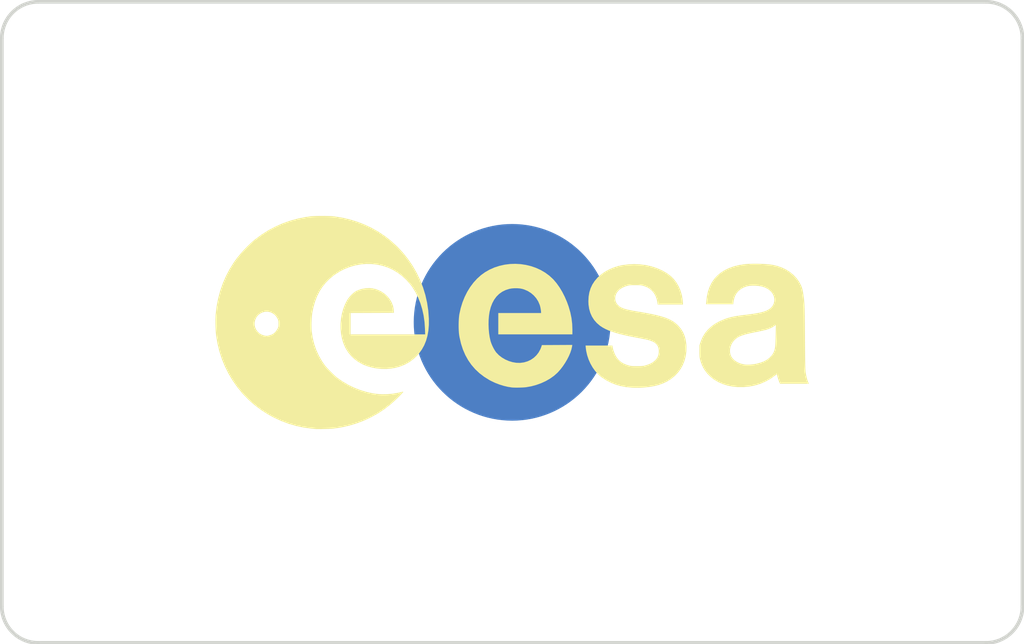
<source format=kicad_pcb>
(kicad_pcb (version 20211014) (generator pcbnew)
  (layers (0 "F.Cu" signal) (31 "B.Cu" signal) (34 "B.Paste" user) (35 "F.Paste" user) (36 "B.SilkS" user "B.Silkscreen") (37 "F.SilkS" user "F.Silkscreen") (38 "B.Mask" user) (39 "F.Mask" user) (44 "Edge.Cuts" user))
  (net 0 "")
  (footprint "LOGO" (layer "F.Cu") (at 100 100)
    (fp_text reference "G***" hide)
    (fp_text value "LOGO" hide)
    (fp_poly (pts (xy 6.721262 -1.609509) (xy 6.821449 -1.607181) (xy 6.918881 -1.602653) (xy 7.009984 -1.595999) (xy 7.091184 -1.587297) (xy 7.148048 -1.578652) (xy 7.278719 -1.547909) (xy 7.401834 -1.504466) (xy 7.516366 -1.449058) (xy 7.621292 -1.382423) (xy 7.715583 -1.305296) (xy 7.798215 -1.218413) (xy 7.868161 -1.12251) (xy 7.922101 -1.023338) (xy 7.9416 -0.977281) (xy 7.957206 -0.930787) (xy 7.970121 -0.879364) (xy 7.981544 -0.818522) (xy 7.987987 -0.776961) (xy 7.994139 -0.734454) (xy 7.999632 -0.694909) (xy 8.004511 -0.657152) (xy 8.008821 -0.620007) (xy 8.012607 -0.582301) (xy 8.015913 -0.542858) (xy 8.018785 -0.500503) (xy 8.021267 -0.454063) (xy 8.023405 -0.402361) (xy 8.025243 -0.344224) (xy 8.026825 -0.278477) (xy 8.028198 -0.203944) (xy 8.029406 -0.119452) (xy 8.030493 -0.023825) (xy 8.031505 0.084111) (xy 8.032486 0.205531) (xy 8.033482 0.34161) (xy 8.034098 0.429808) (xy 8.035111 0.572063) (xy 8.036085 0.69878) (xy 8.037038 0.81095) (xy 8.037992 0.909565) (xy 8.038966 0.995618) (xy 8.039981 1.070101) (xy 8.041057 1.134005) (xy 8.042215 1.188324) (xy 8.043473 1.23405) (xy 8.044853 1.272173) (xy 8.046374 1.303688) (xy 8.048058 1.329585) (xy 8.049923 1.350857) (xy 8.05199 1.368496) (xy 8.053383 1.378043) (xy 8.068183 1.459896) (xy 8.085411 1.534312) (xy 8.104247 1.59809) (xy 8.120711 1.641093) (xy 8.140646 1.68617) (xy 7.349884 1.68617) (xy 7.333416 1.651041) (xy 7.320716 1.620345) (xy 7.306119 1.579636) (xy 7.29157 1.534949) (xy 7.279016 1.492316) (xy 7.270404 1.45777) (xy 7.26935 1.452488) (xy 7.263575 1.421708) (xy 7.212832 1.461674) (xy 7.085319 1.551783) (xy 6.950483 1.627193) (xy 6.808895 1.687732) (xy 6.661124 1.73323) (xy 6.507739 1.763513) (xy 6.349309 1.77841) (xy 6.186403 1.777748) (xy 6.170224 1.776839) (xy 6.030313 1.761483) (xy 5.896725 1.733116) (xy 5.770519 1.69229) (xy 5.652752 1.639554) (xy 5.544479 1.57546) (xy 5.446759 1.50056) (xy 5.360649 1.415403) (xy 5.287205 1.32054) (xy 5.283219 1.314544) (xy 5.241885 1.246169) (xy 5.208147 1.176827) (xy 5.179508 1.100878) (xy 5.159694 1.035546) (xy 5.151793 1.00616) (xy 5.14598 0.980636) (xy 5.141938 0.955555) (xy 5.139348 0.9275) (xy 5.137889 0.893053) (xy 5.137244 0.848796) (xy 5.137092 0.793492) (xy 5.137081 0.751708) (xy 5.977384 0.751708) (xy 5.978015 0.823014) (xy 5.992436 0.890889) (xy 6.007795 0.928584) (xy 6.04601 0.987928) (xy 6.098056 1.040272) (xy 6.162377 1.084669) (xy 6.237422 1.120171) (xy 6.321637 1.145831) (xy 6.38259 1.157071) (xy 6.437855 1.161234) (xy 6.50404 1.160495) (xy 6.576376 1.155156) (xy 6.650093 1.145522) (xy 6.696829 1.137031) (xy 6.807438 1.108551) (xy 6.905719 1.070999) (xy 6.991159 1.024676) (xy 7.063247 0.969881) (xy 7.12147 0.906915) (xy 7.143211 0.875677) (xy 7.161821 0.844555) (xy 7.177405 0.813982) (xy 7.190264 0.782109) (xy 7.200697 0.747086) (xy 7.209006 0.707062) (xy 7.215491 0.660188) (xy 7.220453 0.604614) (xy 7.224192 0.538488) (xy 7.227008 0.459963) (xy 7.229202 0.367186) (xy 7.229653 0.343476) (xy 7.234658 0.071169) (xy 7.20093 0.097883) (xy 7.163614 0.122758) (xy 7.11442 0.148681) (xy 7.057724 0.173687) (xy 6.997902 0.195812) (xy 6.951318 0.209959) (xy 6.9209 0.217571) (xy 6.877577 0.227549) (xy 6.824682 0.239169) (xy 6.765548 0.251708) (xy 6.703511 0.264443) (xy 6.662024 0.272717) (xy 6.554805 0.294768) (xy 6.462417 0.315978) (xy 6.383224 0.336967) (xy 6.315589 0.358353) (xy 6.257876 0.380753) (xy 6.20845 0.404788) (xy 6.165674 0.431076) (xy 6.127912 0.460234) (xy 6.101691 0.484564) (xy 6.052698 0.543398) (xy 6.01528 0.60928) (xy 5.989991 0.67959) (xy 5.977384 0.751708) (xy 5.137081 0.751708) (xy 5.13705 0.632314) (xy 5.168468 0.541393) (xy 5.184954 0.496938) (xy 5.203981 0.450633) (xy 5.222718 0.409174) (xy 5.233139 0.38848) (xy 5.297039 0.286767) (xy 5.37485 0.193724) (xy 5.466267 0.109588) (xy 5.570982 0.034595) (xy 5.68869 -0.031019) (xy 5.819083 -0.087015) (xy 5.874293 -0.106525) (xy 5.944532 -0.128121) (xy 6.018553 -0.147087) (xy 6.099098 -0.163959) (xy 6.18891 -0.179277) (xy 6.290733 -0.193576) (xy 6.364465 -0.202557) (xy 6.488985 -0.217681) (xy 6.598299 -0.232583) (xy 6.693721 -0.247621) (xy 6.776564 -0.263152) (xy 6.848142 -0.279535) (xy 6.90977 -0.297127) (xy 6.962761 -0.316287) (xy 7.008431 -0.337372) (xy 7.048092 -0.36074) (xy 7.08306 -0.386748) (xy 7.101968 -0.403428) (xy 7.145585 -0.454791) (xy 7.175281 -0.512757) (xy 7.191143 -0.575156) (xy 7.193261 -0.639817) (xy 7.181724 -0.704572) (xy 7.15662 -0.767249) (xy 7.118039 -0.825678) (xy 7.083138 -0.862819) (xy 7.018042 -0.913374) (xy 6.943696 -0.952668) (xy 6.859064 -0.981061) (xy 6.763109 -0.998911) (xy 6.66941 -1.006151) (xy 6.591438 -1.00704) (xy 6.525291 -1.003237) (xy 6.466742 -0.993984) (xy 6.411559 -0.978525) (xy 6.355514 -0.956103) (xy 6.334398 -0.946223) (xy 6.259271 -0.901863) (xy 6.196769 -0.847299) (xy 6.146675 -0.7822) (xy 6.108771 -0.706231) (xy 6.08284 -0.619062) (xy 6.070825 -0.543459) (xy 6.065716 -0.495932) (xy 5.320567 -0.495932) (xy 5.326071 -0.574244) (xy 5.342982 -0.717351) (xy 5.372822 -0.85018) (xy 5.415508 -0.972649) (xy 5.470957 -1.084678) (xy 5.539086 -1.186184) (xy 5.619812 -1.277085) (xy 5.713053 -1.357301) (xy 5.818725 -1.42675) (xy 5.936746 -1.48535) (xy 6.067032 -1.53302) (xy 6.209501 -1.569678) (xy 6.364069 -1.595242) (xy 6.364465 -1.595291) (xy 6.439922 -1.602527) (xy 6.526924 -1.607257) (xy 6.621895 -1.609559)) (layer "F.SilkS") (width 0) (fill solid))
    (fp_poly (pts (xy 3.508185 -1.59332) (xy 3.66734 -1.572637) (xy 3.821562 -1.538069) (xy 3.96955 -1.489857) (xy 4.110007 -1.428238) (xy 4.241635 -1.353455) (xy 4.264033 -1.338786) (xy 4.358065 -1.266079) (xy 4.441493 -1.181306) (xy 4.513724 -1.085558) (xy 4.574167 -0.979921) (xy 4.62223 -0.865486) (xy 4.657319 -0.743342) (xy 4.678843 -0.614577) (xy 4.683055 -0.568256) (xy 4.688825 -0.487667) (xy 3.993268 -0.487667) (xy 3.987927 -0.526928) (xy 3.967289 -0.629603) (xy 3.934875 -0.72068) (xy 3.890667 -0.80018) (xy 3.834649 -0.868123) (xy 3.766805 -0.92453) (xy 3.687116 -0.969421) (xy 3.599269 -1.001757) (xy 3.573975 -1.008602) (xy 3.550207 -1.013595) (xy 3.524654 -1.01702) (xy 3.494006 -1.019157) (xy 3.45495 -1.020288) (xy 3.404175 -1.020696) (xy 3.376472 -1.020719) (xy 3.319035 -1.020479) (xy 3.274829 -1.019637) (xy 3.240556 -1.017916) (xy 3.212919 -1.015036) (xy 3.188621 -1.01072) (xy 3.164365 -1.004691) (xy 3.155026 -1.002052) (xy 3.080409 -0.975767) (xy 3.012146 -0.942464) (xy 2.954251 -0.904258) (xy 2.929873 -0.883436) (xy 2.882789 -0.829192) (xy 2.850163 -0.770627) (xy 2.831779 -0.709683) (xy 2.827423 -0.648303) (xy 2.836878 -0.588429) (xy 2.859928 -0.532003) (xy 2.896358 -0.480967) (xy 2.94595 -0.437264) (xy 2.9819 -0.415387) (xy 3.012134 -0.400356) (xy 3.043114 -0.386934) (xy 3.076723 -0.374648) (xy 3.114847 -0.363027) (xy 3.159368 -0.351597) (xy 3.212172 -0.339886) (xy 3.275142 -0.327421) (xy 3.350163 -0.31373) (xy 3.439118 -0.298341) (xy 3.467999 -0.293457) (xy 3.617998 -0.267437) (xy 3.752693 -0.242327) (xy 3.873259 -0.217709) (xy 3.980871 -0.193165) (xy 4.076702 -0.168277) (xy 4.161927 -0.142626) (xy 4.23772 -0.115795) (xy 4.305256 -0.087364) (xy 4.365708 -0.056916) (xy 4.420252 -0.024033) (xy 4.47006 0.011704) (xy 4.516309 0.050714) (xy 4.560171 0.093413) (xy 4.563281 0.096655) (xy 4.633335 0.180776) (xy 4.689686 0.272447) (xy 4.732625 0.372419) (xy 4.762444 0.481444) (xy 4.779432 0.600276) (xy 4.783266 0.665376) (xy 4.780126 0.802035) (xy 4.761842 0.932905) (xy 4.728891 1.057243) (xy 4.681749 1.174306) (xy 4.620894 1.283348) (xy 4.546802 1.383626) (xy 4.45995 1.474396) (xy 4.360815 1.554915) (xy 4.249873 1.624438) (xy 4.132909 1.680062) (xy 4.023389 1.718552) (xy 3.901406 1.749829) (xy 3.769534 1.77355) (xy 3.630344 1.78937) (xy 3.486412 1.796946) (xy 3.34031 1.795934) (xy 3.285551 1.793274) (xy 3.128093 1.777972) (xy 2.98155 1.751361) (xy 2.844257 1.712855) (xy 2.714548 1.661868) (xy 2.590758 1.597814) (xy 2.471222 1.520108) (xy 2.436869 1.49475) (xy 2.353725 1.422121) (xy 2.276994 1.336069) (xy 2.207861 1.238854) (xy 2.147512 1.132736) (xy 2.097133 1.019976) (xy 2.05791 0.902834) (xy 2.031027 0.783568) (xy 2.020229 0.700504) (xy 2.014511 0.636446) (xy 2.750547 0.636446) (xy 2.756421 0.675708) (xy 2.76185 0.702946) (xy 2.770779 0.738736) (xy 2.781417 0.775968) (xy 2.783003 0.781093) (xy 2.819892 0.877538) (xy 2.86624 0.960617) (xy 2.922648 1.030918) (xy 2.989714 1.089033) (xy 3.068039 1.13555) (xy 3.158222 1.17106) (xy 3.188525 1.179883) (xy 3.218556 1.187634) (xy 3.244986 1.193295) (xy 3.271352 1.19719) (xy 3.301194 1.199643) (xy 3.338052 1.200977) (xy 3.385465 1.201515) (xy 3.426066 1.201592) (xy 3.482806 1.201412) (xy 3.526554 1.20066) (xy 3.560849 1.199011) (xy 3.589229 1.196142) (xy 3.61523 1.191731) (xy 3.642392 1.185455) (xy 3.663483 1.179914) (xy 3.746852 1.152172) (xy 3.821954 1.116656) (xy 3.88689 1.074646) (xy 3.939759 1.027426) (xy 3.978662 0.976274) (xy 3.98636 0.962279) (xy 4.009563 0.901028) (xy 4.022164 0.832417) (xy 4.023043 0.762628) (xy 4.022888 0.760715) (xy 4.012233 0.698576) (xy 3.990819 0.64501) (xy 3.957693 0.599135) (xy 3.911902 0.560068) (xy 3.852494 0.526927) (xy 3.778514 0.498831) (xy 3.722972 0.483061) (xy 3.693406 0.476132) (xy 3.650506 0.466914) (xy 3.59722 0.455998) (xy 3.536493 0.443975) (xy 3.471271 0.431435) (xy 3.404499 0.41897) (xy 3.393003 0.416865) (xy 3.232607 0.38607) (xy 3.087712 0.355012) (xy 2.95729 0.323352) (xy 2.840312 0.290751) (xy 2.73575 0.256868) (xy 2.642574 0.221365) (xy 2.559755 0.183902) (xy 2.486265 0.14414) (xy 2.421075 0.101738) (xy 2.407237 0.091644) (xy 2.321101 0.017613) (xy 2.248371 -0.065962) (xy 2.189216 -0.158721) (xy 2.143806 -0.260305) (xy 2.11231 -0.370352) (xy 2.0949 -0.488502) (xy 2.091181 -0.578418) (xy 2.097774 -0.705887) (xy 2.117815 -0.82419) (xy 2.151695 -0.9343) (xy 2.199805 -1.037191) (xy 2.262538 -1.133835) (xy 2.340285 -1.225208) (xy 2.359024 -1.244282) (xy 2.451821 -1.325518) (xy 2.557051 -1.397841) (xy 2.67261 -1.460205) (xy 2.796391 -1.511564) (xy 2.92629 -1.550873) (xy 3.014092 -1.569662) (xy 3.180262 -1.592072) (xy 3.345392 -1.599879)) (layer "F.SilkS") (width 0) (fill solid))
    (fp_poly (pts (xy -5.152009 -2.921604) (xy -5.07793 -2.920494) (xy -5.009505 -2.91856) (xy -4.9499 -2.915801) (xy -4.902283 -2.912219) (xy -4.889066 -2.910775) (xy -4.666956 -2.875686) (xy -4.450845 -2.82554) (xy -4.24129 -2.760687) (xy -4.038849 -2.681478) (xy -3.844081 -2.588265) (xy -3.657542 -2.481399) (xy -3.479792 -2.361232) (xy -3.311387 -2.228113) (xy -3.152885 -2.082395) (xy -3.004844 -1.924428) (xy -2.867823 -1.754564) (xy -2.742378 -1.573154) (xy -2.727885 -1.550235) (xy -2.618279 -1.359766) (xy -2.523778 -1.162789) (xy -2.444569 -0.959919) (xy -2.38084 -0.751774) (xy -2.332777 -0.538968) (xy -2.300568 -0.322117) (xy -2.2844 -0.101837) (xy -2.284022 -0.090921) (xy -2.284587 0.073636) (xy -2.297543 0.22754) (xy -2.32304 0.371247) (xy -2.361225 0.50521) (xy -2.412246 0.629884) (xy -2.47625 0.745723) (xy -2.553386 0.853181) (xy -2.613761 0.922063) (xy -2.712125 1.014098) (xy -2.82042 1.093119) (xy -2.937967 1.158788) (xy -3.064087 1.210768) (xy -3.198101 1.248722) (xy -3.311993 1.268953) (xy -3.452589 1.280567) (xy -3.59455 1.278672) (xy -3.735158 1.263665) (xy -3.871698 1.235946) (xy -4.001452 1.195913) (xy -4.10384 1.15276) (xy -4.217748 1.089266) (xy -4.321863 1.013386) (xy -4.415059 0.926214) (xy -4.496206 0.828844) (xy -4.564176 0.72237) (xy -4.581147 0.690172) (xy -4.631931 0.571664) (xy -4.669885 0.444918) (xy -4.695101 0.312009) (xy -4.70767 0.175012) (xy -4.707683 0.036001) (xy -4.695232 -0.10295) (xy -4.670408 -0.239766) (xy -4.633302 -0.372373) (xy -4.584005 -0.498696) (xy -4.52375 -0.61474) (xy -4.488624 -0.666602) (xy -4.445169 -0.719411) (xy -4.396868 -0.769682) (xy -4.3472 -0.81393) (xy -4.299645 -0.848671) (xy -4.277109 -0.861718) (xy -4.190941 -0.898266) (xy -4.096762 -0.924217) (xy -3.999259 -0.938797) (xy -3.903121 -0.941232) (xy -3.83521 -0.934696) (xy -3.737599 -0.912079) (xy -3.645034 -0.876233) (xy -3.558853 -0.828552) (xy -3.480393 -0.770426) (xy -3.41099 -0.703248) (xy -3.351982 -0.628411) (xy -3.304705 -0.547305) (xy -3.270498 -0.461323) (xy -3.250696 -0.371858) (xy -3.246431 -0.321705) (xy -3.244224 -0.260364) (xy -3.837276 -0.258243) (xy -4.430329 -0.256122) (xy -4.430329 0.330622) (xy -2.386281 0.330622) (xy -2.390968 0.179775) (xy -2.403528 -0.006903) (xy -2.429227 -0.187853) (xy -2.467726 -0.362068) (xy -2.518684 -0.528542) (xy -2.581764 -0.686268) (xy -2.656626 -0.83424) (xy -2.74293 -0.971452) (xy -2.808122 -1.058272) (xy -2.906215 -1.16771) (xy -3.015932 -1.267983) (xy -3.134908 -1.35734) (xy -3.260777 -1.434032) (xy -3.391172 -1.496306) (xy -3.411221 -1.504392) (xy -3.55426 -1.551924) (xy -3.701351 -1.584032) (xy -3.85115 -1.600916) (xy -4.002312 -1.602778) (xy -4.153493 -1.589819) (xy -4.30335 -1.56224) (xy -4.450539 -1.520244) (xy -4.593716 -1.46403) (xy -4.731536 -1.393801) (xy -4.862656 -1.309756) (xy -4.901291 -1.281266) (xy -5.016001 -1.185203) (xy -5.11785 -1.081244) (xy -5.207294 -0.968594) (xy -5.284787 -0.846458) (xy -5.350783 -0.714042) (xy -5.405738 -0.570549) (xy -5.450107 -0.415187) (xy -5.480646 -0.26863) (xy -5.489377 -0.206625) (xy -5.49622 -0.132782) (xy -5.501026 -0.051699) (xy -5.503646 0.032022) (xy -5.503933 0.113782) (xy -5.501738 0.18898) (xy -5.497343 0.248949) (xy -5.471181 0.424021) (xy -5.429528 0.594107) (xy -5.372683 0.758427) (xy -5.300946 0.916203) (xy -5.214618 1.066655) (xy -5.142274 1.171793) (xy -5.111509 1.210244) (xy -5.070966 1.256351) (xy -5.023564 1.307181) (xy -4.972218 1.359798) (xy -4.919846 1.41127) (xy -4.869365 1.458662) (xy -4.82369 1.499039) (xy -4.789514 1.526647) (xy -4.643912 1.627403) (xy -4.489174 1.717128) (xy -4.327487 1.794954) (xy -4.161036 1.860013) (xy -3.992007 1.911437) (xy -3.822586 1.948358) (xy -3.678165 1.967857) (xy -3.549641 1.974431) (xy -3.413612 1.971059) (xy -3.275434 1.958175) (xy -3.140467 1.936217) (xy -3.056871 1.917253) (xy -3.02591 1.909884) (xy -3.001595 1.905104) (xy -2.987909 1.903659) (xy -2.986389 1.904055) (xy -2.98904 1.912563) (xy -3.00243 1.930597) (xy -3.025017 1.956614) (xy -3.055261 1.989073) (xy -3.09162 2.02643) (xy -3.132554 2.067143) (xy -3.176523 2.109671) (xy -3.221984 2.15247) (xy -3.267398 2.194) (xy -3.311223 2.232716) (xy -3.335145 2.253139) (xy -3.504311 2.384687) (xy -3.683175 2.503138) (xy -3.870904 2.60814) (xy -4.066665 2.699339) (xy -4.269627 2.776381) (xy -4.478957 2.838915) (xy -4.693822 2.886585) (xy -4.901465 2.917687) (xy -4.932305 2.920384) (xy -4.975323 2.922951) (xy -5.027384 2.925312) (xy -5.085359 2.92739) (xy -5.146114 2.92911) (xy -5.206518 2.930395) (xy -5.263438 2.931171) (xy -5.313744 2.93136) (xy -5.354302 2.930887) (xy -5.381982 2.929676) (xy -5.384999 2.92941) (xy -5.407105 2.927258) (xy -5.44054 2.924037) (xy -5.480176 2.920239) (xy -5.508982 2.917491) (xy -5.718452 2.889318) (xy -5.92564 2.84522) (xy -6.129444 2.785763) (xy -6.328761 2.711511) (xy -6.522485 2.623029) (xy -6.709515 2.52088) (xy -6.888746 2.405631) (xy -7.059076 2.277845) (xy -7.2194 2.138088) (xy -7.368616 1.986923) (xy -7.403592 1.947941) (xy -7.54448 1.775562) (xy -7.671173 1.594831) (xy -7.783462 1.406211) (xy -7.881137 1.210161) (xy -7.963991 1.007145) (xy -8.031814 0.797623) (xy -8.084396 0.582057) (xy -8.121165 0.363684) (xy -8.127754 0.301523) (xy -8.13304 0.227112) (xy -8.136927 0.144688) (xy -8.139323 0.058488) (xy -8.139797 0.008395) (xy -7.064809 0.008395) (xy -7.063796 0.074481) (xy -7.050376 0.134852) (xy -7.021572 0.201085) (xy -6.979624 0.258584) (xy -6.92631 0.305731) (xy -6.863406 0.340909) (xy -6.802538 0.360456) (xy -6.769978 0.367178) (xy -6.745086 0.370172) (xy -6.721403 0.369394) (xy -6.692466 0.364801) (xy -6.666769 0.359535) (xy -6.596576 0.337037) (xy -6.536135 0.301267) (xy -6.485236 0.252055) (xy -6.44367 0.189233) (xy -6.435761 0.173576) (xy -6.423648 0.146928) (xy -6.416039 0.124531) (xy -6.411903 0.100947) (xy -6.410212 0.07074) (xy -6.409925 0.037195) (xy -6.410382 -0.002512) (xy -6.412453 -0.03122) (xy -6.417193 -0.054453) (xy -6.425654 -0.077734) (xy -6.436318 -0.101176) (xy -6.473435 -0.162042) (xy -6.521245 -0.21295) (xy -6.577424 -0.252658) (xy -6.639646 -0.279923) (xy -6.705585 -0.293499) (xy -6.772916 -0.292145) (xy -6.788589 -0.289545) (xy -6.861443 -0.267629) (xy -6.925356 -0.232597) (xy -6.979028 -0.185591) (xy -7.021159 -0.127754) (xy -7.050448 -0.060226) (xy -7.050712 -0.059374) (xy -7.064809 0.008395) (xy -8.139797 0.008395) (xy -8.140134 -0.027253) (xy -8.139266 -0.108298) (xy -8.136626 -0.180409) (xy -8.134036 -0.219037) (xy -8.107848 -0.439162) (xy -8.066296 -0.655054) (xy -8.009695 -0.865848) (xy -7.938355 -1.070677) (xy -7.852589 -1.268676) (xy -7.75271 -1.458982) (xy -7.639029 -1.640727) (xy -7.601578 -1.694435) (xy -7.528352 -1.791322) (xy -7.445503 -1.89131) (xy -7.356208 -1.991018) (xy -7.263645 -2.087065) (xy -7.170989 -2.176071) (xy -7.081417 -2.254655) (xy -7.054637 -2.27648) (xy -6.875057 -2.40962) (xy -6.688404 -2.527825) (xy -6.49466 -2.631103) (xy -6.293808 -2.719461) (xy -6.085831 -2.792906) (xy -5.87071 -2.851446) (xy -5.648428 -2.895088) (xy -5.537911 -2.910907) (xy -5.496399 -2.914759) (xy -5.441544 -2.917783) (xy -5.37651 -2.919979) (xy -5.304466 -2.921347) (xy -5.228577 -2.921888)) (layer "F.SilkS") (width 0) (fill solid))
    (fp_poly (pts (xy 0.23386 -1.598357) (xy 0.377074 -1.577118) (xy 0.517138 -1.543122) (xy 0.652685 -1.496518) (xy 0.782349 -1.437454) (xy 0.904761 -1.366078) (xy 1.018556 -1.282538) (xy 1.122365 -1.186983) (xy 1.134923 -1.173827) (xy 1.219244 -1.074709) (xy 1.299641 -0.961463) (xy 1.37489 -0.83627) (xy 1.443767 -0.701311) (xy 1.505049 -0.558767) (xy 1.550032 -0.433941) (xy 1.596657 -0.272848) (xy 1.628963 -0.115076) (xy 1.647565 0.043138) (xy 1.653108 0.194663) (xy 1.653108 0.330622) (xy -0.380215 0.330622) (xy -0.380215 -0.256232) (xy 0.793492 -0.256232) (xy 0.793492 -0.276297) (xy 0.791033 -0.31351) (xy 0.784429 -0.360086) (xy 0.774835 -0.409729) (xy 0.763407 -0.456144) (xy 0.756046 -0.480139) (xy 0.715496 -0.574249) (xy 0.661183 -0.660434) (xy 0.594464 -0.737451) (xy 0.516693 -0.804062) (xy 0.429228 -0.859025) (xy 0.333423 -0.9011) (xy 0.276895 -0.918501) (xy 0.213789 -0.930374) (xy 0.141054 -0.936342) (xy 0.064506 -0.936402) (xy -0.010043 -0.930554) (xy -0.076779 -0.918795) (xy -0.077506 -0.918619) (xy -0.180126 -0.885747) (xy -0.273048 -0.839562) (xy -0.35611 -0.780251) (xy -0.429154 -0.708002) (xy -0.492018 -0.623003) (xy -0.544543 -0.525443) (xy -0.586568 -0.415508) (xy -0.617934 -0.293388) (xy -0.620234 -0.281775) (xy -0.635917 -0.176736) (xy -0.644796 -0.062147) (xy -0.647027 0.057895) (xy -0.642764 0.179296) (xy -0.632165 0.297962) (xy -0.615383 0.409798) (xy -0.592574 0.510708) (xy -0.589772 0.520729) (xy -0.569515 0.580619) (xy -0.542378 0.644954) (xy -0.51078 0.708944) (xy -0.477138 0.767799) (xy -0.443869 0.816728) (xy -0.434326 0.828751) (xy -0.364045 0.901158) (xy -0.281734 0.964963) (xy -0.19014 1.01898) (xy -0.092006 1.062021) (xy 0.009923 1.092901) (xy 0.1129 1.110433) (xy 0.214181 1.11343) (xy 0.223169 1.112943) (xy 0.326548 1.098805) (xy 0.423693 1.070033) (xy 0.513423 1.027519) (xy 0.594563 0.972154) (xy 0.665933 0.90483) (xy 0.726355 0.826437) (xy 0.77465 0.737868) (xy 0.798071 0.677987) (xy 0.816236 0.624048) (xy 1.233432 0.621907) (xy 1.650628 0.619765) (xy 1.643412 0.667367) (xy 1.625808 0.746699) (xy 1.596615 0.833566) (xy 1.557297 0.925354) (xy 1.509317 1.019451) (xy 1.454138 1.113246) (xy 1.393224 1.204126) (xy 1.328036 1.289479) (xy 1.260039 1.366693) (xy 1.240539 1.386656) (xy 1.146752 1.469719) (xy 1.039798 1.545519) (xy 0.921799 1.613078) (xy 0.794878 1.671421) (xy 0.661157 1.71957) (xy 0.522756 1.75655) (xy 0.383059 1.781219) (xy 0.340726 1.785404) (xy 0.287008 1.788686) (xy 0.226326 1.79099) (xy 0.163101 1.79224) (xy 0.101752 1.79236) (xy 0.046699 1.791275) (xy 0.002363 1.788909) (xy -0.008266 1.78793) (xy -0.118678 1.770838) (xy -0.235731 1.742758) (xy -0.355133 1.705102) (xy -0.472597 1.659284) (xy -0.583831 1.606719) (xy -0.624048 1.585003) (xy -0.766324 1.496437) (xy -0.895679 1.39763) (xy -1.012147 1.288533) (xy -1.115762 1.169097) (xy -1.206556 1.039274) (xy -1.284561 0.899013) (xy -1.349812 0.748267) (xy -1.402342 0.586987) (xy -1.442182 0.415123) (xy -1.451984 0.359551) (xy -1.459713 0.297215) (xy -1.464928 0.222822) (xy -1.467657 0.140607) (xy -1.46793 0.054802) (xy -1.465777 -0.030358) (xy -1.461227 -0.110641) (xy -1.454308 -0.181813) (xy -1.447934 -0.224721) (xy -1.411745 -0.388746) (xy -1.363239 -0.54645) (xy -1.303082 -0.696745) (xy -1.231943 -0.838542) (xy -1.150486 -0.970751) (xy -1.05938 -1.092285) (xy -0.95929 -1.202055) (xy -0.850884 -1.298971) (xy -0.741984 -1.377388) (xy -0.615004 -1.449598) (xy -0.481602 -1.508012) (xy -0.343148 -1.552781) (xy -0.201007 -1.584051) (xy -0.056548 -1.601972) (xy 0.088864 -1.606691)) (layer "F.SilkS") (width 0) (fill solid))
  )
  (gr_circle (center 100 100) (end 101.35 100) (layer "B.Cu") (width 2.7) (fill none))
  (gr_arc (start 113 91.2) (mid 113.707107 91.492893) (end 114 92.2) (layer "Edge.Cuts") (width 0.1))
  (gr_line (start 87 91.2) (end 113 91.2) (layer "Edge.Cuts") (width 0.1))
  (gr_line (start 113 108.8) (end 87 108.8) (layer "Edge.Cuts") (width 0.1))
  (gr_arc (start 114 107.8) (mid 113.707107 108.507107) (end 113 108.8) (layer "Edge.Cuts") (width 0.1))
  (gr_arc (start 87 108.8) (mid 86.292893 108.507107) (end 86 107.8) (layer "Edge.Cuts") (width 0.1))
  (gr_line (start 86 107.8) (end 86 92.2) (layer "Edge.Cuts") (width 0.1))
  (gr_arc (start 86 92.2) (mid 86.29289 91.492886) (end 87 91.2) (layer "Edge.Cuts") (width 0.1))
  (gr_line (start 114 107.8) (end 114 92.2) (layer "Edge.Cuts") (width 0.1))
)
</source>
